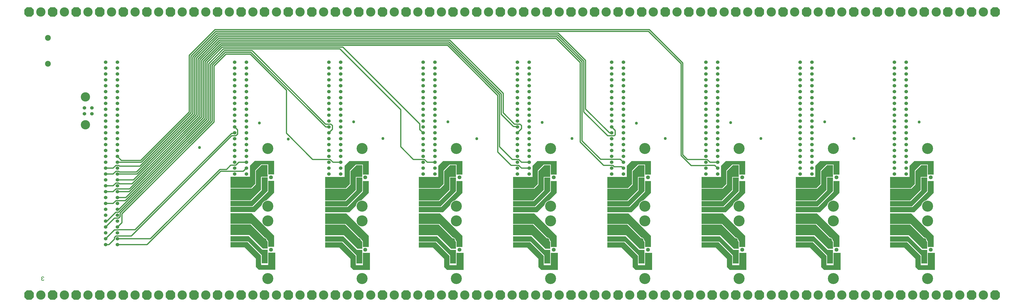
<source format=gbr>
%FSTAX23Y23*%
%MOIN*%
%SFA1B1*%

%IPPOS*%
%AMD16*
4,1,8,-0.039400,-0.078700,0.039400,-0.078700,0.078700,-0.039400,0.078700,0.039400,0.039400,0.078700,-0.039400,0.078700,-0.078700,0.039400,-0.078700,-0.039400,-0.039400,-0.078700,0.0*
%
%ADD12C,0.010000*%
%ADD13C,0.066535*%
%ADD14R,0.066535X0.066535*%
%ADD15C,0.187401*%
G04~CAMADD=16~4~0.0~0.0~1574.8~1574.8~0.0~393.7~0~0.0~0.0~0.0~0.0~0~0.0~0.0~0.0~0.0~0~0.0~0.0~0.0~180.0~1574.0~1574.0*
%ADD16D16*%
%ADD17C,0.060000*%
%ADD18C,0.157480*%
%ADD19C,0.157480*%
%ADD20C,0.098425*%
%ADD21C,0.050000*%
%ADD22C,0.019685*%
%LNbackplane_copper_signal_2-1*%
%LPD*%
G36*
X15577Y03135D02*
X15577Y03015D01*
X15497*
X15267Y03245*
X14947*
Y03425*
X15287*
X15577Y03135*
G37*
G36*
X13977D02*
Y03015D01*
X13897*
X13667Y03245*
X13347*
Y03425*
X13687*
X13977Y03135*
G37*
G36*
X0598Y03138D02*
Y03018D01*
X059*
X0567Y03248*
X0535*
Y03428*
X0569*
X0598Y03138*
G37*
G36*
X17177Y03135D02*
Y03015D01*
X17097*
X16867Y03245*
X16547*
Y03425*
X16887*
X17177Y03135*
G37*
G36*
X09177D02*
Y03015D01*
X09097*
X08867Y03245*
X08547*
Y03425*
X08887*
X09177Y03135*
G37*
G36*
X07587D02*
X07587Y03015D01*
X07507*
X07277Y03245*
X06957*
Y03425*
X07297*
X07587Y03135*
G37*
G36*
X12377D02*
X12377Y03015D01*
X12297*
X12067Y03245*
X11747*
Y03425*
X12087*
X12377Y03135*
G37*
G36*
X10777D02*
Y03015D01*
X10697*
X10467Y03245*
X10147*
Y03425*
X10487*
X10777Y03135*
G37*
G36*
X15457Y03465D02*
X15687Y03235D01*
Y03045*
X15588*
Y03135*
X15587Y03136*
Y03145*
X15571Y03161*
X15571Y03163*
X1557Y03174*
X15565Y03185*
X15559Y03194*
X15549Y03201*
X15539Y03205*
X15528Y03207*
X15526Y03207*
X15297Y03435*
X15289*
X15287Y03435*
X14947Y03435*
Y03615*
X15307*
X15457Y03465*
G37*
G36*
X13857D02*
X14087Y03235D01*
Y03045*
X13988*
Y03135*
X13987Y03136*
Y03145*
X13971Y03161*
X13971Y03163*
X1397Y03174*
X13965Y03185*
X13959Y03194*
X13949Y03201*
X13939Y03205*
X13928Y03207*
X13926Y03207*
X13697Y03435*
X13689*
X13687Y03435*
X13347Y03435*
Y03615*
X13707*
X13857Y03465*
G37*
G36*
X0586Y03468D02*
X05908Y0342D01*
X0591Y03418*
X05912Y03416*
X0609Y03238*
Y03048*
X0599*
Y03138*
Y03138*
X0599Y0314*
Y03148*
X05971Y03167*
X0597Y03174*
X05965Y03185*
X05959Y03194*
X05949Y03201*
X05939Y03205*
X05932Y03206*
X057Y03438*
X05691*
X0569Y03439*
X0535*
Y03618*
X0571*
X0586Y03468*
G37*
G36*
X17057Y03465D02*
X17287Y03235D01*
Y03045*
X17188*
Y03135*
X17187Y03136*
Y03145*
X17171Y03161*
X17171Y03163*
X1717Y03174*
X17165Y03185*
X17159Y03194*
X17149Y03201*
X17139Y03205*
X17128Y03207*
X17126Y03207*
X16897Y03435*
X16889*
X16887Y03435*
X16547Y03435*
Y03615*
X16907*
X17057Y03465*
G37*
G36*
X09057D02*
X09287Y03235D01*
Y03045*
X09188*
Y03135*
X09187Y03136*
Y03145*
X09171Y03161*
X09171Y03163*
X0917Y03174*
X09165Y03185*
X09159Y03194*
X09149Y03201*
X09139Y03205*
X09128Y03207*
X09126Y03207*
X08897Y03435*
X08889*
X08887Y03435*
X08547Y03435*
Y03615*
X08907*
X09057Y03465*
G37*
G36*
X07467D02*
X07495Y03437D01*
X07499Y0343*
X0751Y03418*
X07522Y03407*
X07529Y03403*
X07697Y03235*
Y03045*
X07598*
Y03135*
X07597Y03136*
Y03145*
X0757Y03172*
X0757Y03174*
X07565Y03185*
X07559Y03194*
X07549Y03201*
X07539Y03205*
X07537Y03206*
X07307Y03435*
X07299*
X07297Y03435*
X06957Y03435*
Y03615*
X07317*
X07467Y03465*
G37*
G36*
X12257D02*
X12487Y03235D01*
Y03045*
X12388*
Y03135*
X12387Y03136*
Y03145*
X12371Y03161*
X12371Y03163*
X1237Y03174*
X12365Y03185*
X12359Y03194*
X12349Y03201*
X12339Y03205*
X12328Y03207*
X12326Y03207*
X12097Y03435*
X12089*
X12087Y03435*
X11747Y03435*
Y03615*
X12107*
X12257Y03465*
G37*
G36*
X10657D02*
X10887Y03235D01*
Y03045*
X10788*
Y03135*
X10787Y03136*
Y03145*
X10771Y03161*
X10771Y03163*
X1077Y03174*
X10765Y03185*
X10759Y03194*
X10749Y03201*
X10739Y03205*
X10728Y03207*
X10726Y03207*
X10497Y03435*
X10489*
X10487Y03435*
X10147Y03435*
Y03615*
X10507*
X10657Y03465*
G37*
G36*
X15467Y02895D02*
Y02765D01*
X15467Y02764*
X15467Y02735*
X15587*
X15587Y02764*
X15588Y02765*
Y02945*
X15707*
Y0294*
Y02655*
X15427*
X15377Y02705*
Y02845*
X15187Y03035*
X14951*
X14947Y03038*
X14948Y03125*
X15238*
X15467Y02895*
G37*
G36*
X13867D02*
Y02765D01*
X13867Y02764*
X13867Y02735*
X13987*
X13987Y02764*
X13988Y02765*
Y02945*
X14107*
Y0294*
Y02655*
X13827*
X13777Y02705*
Y02845*
X13587Y03035*
X13351*
X13347Y03038*
X13348Y03125*
X13638*
X13867Y02895*
G37*
G36*
X05869Y02899D02*
Y02768D01*
X0587Y02767*
X0587Y02738*
X0599*
X0599Y02767*
X0599Y02768*
Y02948*
X0611*
Y02943*
Y02658*
X0583*
X0578Y02708*
Y02848*
X0559Y03038*
X05353*
X0535Y03042*
X0535Y03128*
X0564Y03128*
X05869Y02899*
G37*
G36*
X17067Y02895D02*
Y02765D01*
X17067Y02764*
X17067Y02735*
X17187*
X17187Y02764*
X17188Y02765*
Y02945*
X17307*
Y0294*
Y02655*
X17027*
X16977Y02705*
Y02845*
X16787Y03035*
X16551*
X16547Y03038*
X16548Y03125*
X16838*
X17067Y02895*
G37*
G36*
X09067D02*
Y02765D01*
X09067Y02764*
X09067Y02735*
X09187*
X09187Y02764*
X09188Y02765*
Y02945*
X09307*
Y0294*
Y02655*
X09027*
X08977Y02705*
Y02845*
X08787Y03035*
X08551*
X08547Y03038*
X08548Y03125*
X08838*
X09067Y02895*
G37*
G36*
X07477D02*
Y02765D01*
X07477Y02764*
X07477Y02735*
X07597*
X07597Y02764*
X07598Y02765*
Y02945*
X07717*
Y0294*
Y02655*
X07437*
X07387Y02705*
Y02845*
X07197Y03035*
X06961*
X06957Y03038*
X06958Y03125*
X07248*
X07477Y02895*
G37*
G36*
X12267D02*
Y02765D01*
X12267Y02764*
X12267Y02735*
X12387*
X12387Y02764*
X12388Y02765*
Y02945*
X12507*
Y0294*
Y02655*
X12227*
X12177Y02705*
Y02845*
X11987Y03035*
X11751*
X11747Y03038*
X11748Y03125*
X12038*
X12267Y02895*
G37*
G36*
X10667D02*
Y02765D01*
X10667Y02764*
X10667Y02735*
X10787*
X10787Y02764*
X10788Y02765*
Y02945*
X10907*
Y0294*
Y02655*
X10627*
X10577Y02705*
Y02845*
X10387Y03035*
X10151*
X10147Y03038*
X10148Y03125*
X10438*
X10667Y02895*
G37*
G36*
X15477Y03005D02*
X15487Y02995D01*
X15577*
Y02765*
X15477*
Y02905*
X15427Y02955*
X15247Y03135*
X14947*
Y03225*
X15257*
X15477Y03005*
G37*
G36*
X13877D02*
X13887Y02995D01*
X13977*
Y02765*
X13877*
Y02905*
X13827Y02955*
X13647Y03135*
X13347*
Y03225*
X13657*
X13877Y03005*
G37*
G36*
X0588Y03008D02*
X0589Y02998D01*
X0598*
Y02768*
X0588*
X0588Y02908*
X0583Y02958*
X0565Y03138*
X0535*
Y03228*
X0566*
X0588Y03008*
G37*
G36*
X17077Y03005D02*
X17087Y02995D01*
X17177*
Y02765*
X17077*
Y02905*
X17027Y02955*
X16847Y03135*
X16547*
Y03225*
X16857*
X17077Y03005*
G37*
G36*
X09077D02*
X09087Y02995D01*
X09177*
Y02765*
X09077*
Y02905*
X09027Y02955*
X08847Y03135*
X08547*
Y03225*
X08857*
X09077Y03005*
G37*
G36*
X07487D02*
X07497Y02995D01*
X07587*
Y02765*
X07487*
Y02905*
X07437Y02955*
X07257Y03135*
X06957*
Y03225*
X07267*
X07487Y03005*
G37*
G36*
X12277D02*
X12287Y02995D01*
X12377*
Y02765*
X12277*
X12277Y02905*
X12227Y02955*
X12047Y03135*
X11747*
Y03225*
X12057*
X12277Y03005*
G37*
G36*
X10677D02*
X10687Y02995D01*
X10777*
Y02765*
X10677*
Y02905*
X10627Y02955*
X10447Y03135*
X10147*
Y03225*
X10457*
X10677Y03005*
G37*
G36*
X15577Y04275D02*
X15577Y04273D01*
Y04235*
X15477*
X15476Y04235*
X15467*
Y04226*
X15467Y04225*
Y04015*
X15288Y03835*
X14947*
Y04035*
X15297*
X15299Y04035*
X15307*
X15377Y04105*
Y04113*
X15378Y04115*
Y04335*
X15477Y04435*
X15577*
Y04275*
G37*
G36*
X13977D02*
X13977Y04273D01*
Y04235*
X13877*
X13876Y04235*
X13867*
Y04226*
X13867Y04225*
Y04015*
X13688Y03835*
X13347*
Y04035*
X13697*
X13699Y04035*
X13707*
X13777Y04105*
Y04113*
X13778Y04115*
Y04335*
X13877Y04435*
X13977*
Y04275*
G37*
G36*
X05979Y04278D02*
X0598Y04277D01*
Y04239*
X0588*
X05878Y04238*
X0587*
Y0423*
X05869Y04228*
Y04018*
X0569Y03839*
X0535*
Y04038*
X057*
X05701Y04038*
X0571*
X0578Y04108*
Y04117*
X0578Y04118*
Y04339*
X05879Y04438*
X05979*
Y04278*
G37*
G36*
X17177Y04275D02*
X17177Y04273D01*
Y04235*
X17077*
X17076Y04235*
X17067*
Y04226*
X17067Y04225*
Y04015*
X16888Y03835*
X16547*
Y04035*
X16897*
X16899Y04035*
X16907*
X16977Y04105*
Y04113*
X16978Y04115*
Y04335*
X17077Y04435*
X17177*
Y04275*
G37*
G36*
X09177D02*
X09177Y04273D01*
Y04235*
X09077*
X09076Y04235*
X09067*
Y04226*
X09067Y04225*
Y04015*
X08888Y03835*
X08547*
Y04035*
X08897*
X08899Y04035*
X08907*
X08977Y04105*
Y04113*
X08978Y04115*
Y04335*
X09077Y04435*
X09177*
Y04275*
G37*
G36*
X07587D02*
X07587Y04273D01*
Y04235*
X07487*
X07486Y04235*
X07477*
Y04226*
X07477Y04225*
Y04015*
X07298Y03835*
X06957*
Y04035*
X07307*
X07309Y04035*
X07317*
X07387Y04105*
Y04113*
X07388Y04115*
Y04335*
X07487Y04435*
X07587*
Y04275*
G37*
G36*
X12377D02*
X12377Y04273D01*
Y04235*
X12277*
X12276Y04235*
X12267*
Y04226*
X12267Y04225*
Y04015*
X12088Y03835*
X11747*
Y04035*
X12097*
X12099Y04035*
X12107*
X12177Y04105*
Y04113*
X12178Y04115*
Y04335*
X12277Y04435*
X12377*
Y04275*
G37*
G36*
X10777D02*
X10777Y04273D01*
Y04235*
X10677*
X10676Y04235*
X10667*
Y04226*
X10667Y04225*
Y04015*
X10488Y03835*
X10147*
Y04035*
X10497*
X10499Y04035*
X10507*
X10577Y04105*
Y04113*
X10578Y04115*
Y04335*
X10677Y04435*
X10777*
Y04275*
G37*
G36*
X15687D02*
X15587D01*
Y04445*
X15467*
X15367Y04345*
Y04115*
X15297Y04045*
X14947*
Y04235*
X15277*
Y04425*
X15287Y04435*
X15357Y04505*
X15687*
Y04275*
G37*
G36*
X14087D02*
X13987D01*
Y04445*
X13867*
X13767Y04345*
Y04115*
X13697Y04045*
X13347*
Y04235*
X13677*
Y04425*
X13687Y04435*
X13757Y04505*
X14087*
Y04275*
G37*
G36*
X0609Y04278D02*
X0599D01*
Y04448*
X0587*
X0577Y04348*
Y04118*
X057Y04048*
X0535*
Y04238*
X0568*
Y04428*
X0569Y04438*
X0576Y04508*
X0609*
Y04278*
G37*
G36*
X17287Y04275D02*
X17187D01*
Y04445*
X17067*
X16967Y04345*
Y04115*
X16897Y04045*
X16547*
Y04235*
X16877*
Y04425*
X16887Y04435*
X16957Y04505*
X17287*
Y04275*
G37*
G36*
X09287D02*
X09187D01*
Y04445*
X09067*
X08967Y04345*
Y04115*
X08897Y04045*
X08547*
Y04235*
X08877*
Y04425*
X08887Y04435*
X08957Y04505*
X09287*
Y04275*
G37*
G36*
X07697D02*
X07597D01*
Y04445*
X07477*
X07377Y04345*
Y04115*
X07307Y04045*
X06957*
Y04235*
X07287*
Y04425*
X07297Y04435*
X07367Y04505*
X07697*
Y04275*
G37*
G36*
X12487D02*
X12387D01*
Y04445*
X12267*
X12167Y04345*
Y04115*
X12097Y04045*
X11747*
Y04235*
X12077*
Y04425*
X12087Y04435*
X12157Y04505*
X12487*
Y04275*
G37*
G36*
X10887D02*
X10787D01*
Y04445*
X10667*
X10567Y04345*
Y04115*
X10497Y04045*
X10147*
Y04235*
X10477*
Y04425*
X10487Y04435*
X10557Y04505*
X10887*
Y04275*
G37*
G36*
X15687Y03965D02*
X15562Y03839D01*
X15551Y03837*
X15536Y0383*
X15522Y03822*
X1551Y03811*
X15499Y03799*
X15491Y03785*
X15485Y0377*
X15482Y03759*
X15357Y03635*
X14947*
Y03725*
X15317*
X15319Y03725*
X15327*
X15587Y03985*
Y03993*
X15588Y03995*
Y04165*
X15687*
Y03965*
G37*
G36*
X14087D02*
X13962Y03839D01*
X13951Y03837*
X13936Y0383*
X13922Y03822*
X1391Y03811*
X13899Y03799*
X13891Y03785*
X13885Y0377*
X13882Y03759*
X13757Y03635*
X13347*
Y03725*
X13717*
X13719Y03725*
X13727*
X13987Y03985*
Y03993*
X13988Y03995*
Y04165*
X14087*
Y03965*
G37*
G36*
X0609Y03968D02*
X0596Y03839D01*
X05951Y03837*
X05936Y0383*
X05922Y03822*
X0591Y03811*
X05899Y03799*
X05891Y03785*
X05885Y0377*
X05882Y03761*
X0576Y03638*
X0535*
Y03728*
X0572*
X05721Y03728*
X0573*
X0599Y03988*
Y03997*
X0599Y03998*
Y04168*
X0609*
Y03968*
G37*
G36*
X17287Y03965D02*
X17162Y03839D01*
X17151Y03837*
X17136Y0383*
X17122Y03822*
X1711Y03811*
X17099Y03799*
X17091Y03785*
X17085Y0377*
X17082Y03759*
X16957Y03635*
X16547*
Y03725*
X16917*
X16919Y03725*
X16927*
X17187Y03985*
Y03993*
X17188Y03995*
Y04165*
X17287*
Y03965*
G37*
G36*
X09287D02*
X09162Y03839D01*
X09151Y03837*
X09136Y0383*
X09122Y03822*
X0911Y03811*
X09099Y03799*
X09091Y03785*
X09085Y0377*
X09082Y03759*
X08957Y03635*
X08547*
Y03725*
X08917*
X08919Y03725*
X08927*
X09187Y03985*
Y03993*
X09188Y03995*
Y04165*
X09287*
Y03965*
G37*
G36*
X07697D02*
X07573Y03841D01*
X07567Y0384*
X07551Y03837*
X07536Y0383*
X07522Y03822*
X0751Y03811*
X07499Y03799*
X07491Y03785*
X07485Y0377*
X07481Y03754*
X0748Y03748*
X07367Y03635*
X06957*
Y03725*
X07327*
X07329Y03725*
X07337*
X07597Y03985*
Y03993*
X07598Y03995*
Y04165*
X07697*
Y03965*
G37*
G36*
X12487D02*
X12362Y03839D01*
X12351Y03837*
X12336Y0383*
X12322Y03822*
X1231Y03811*
X12299Y03799*
X12291Y03785*
X12285Y0377*
X12282Y03759*
X12157Y03635*
X11747*
Y03725*
X12117*
X12119Y03725*
X12127*
X12387Y03985*
Y03993*
X12388Y03995*
Y04165*
X12487*
Y03965*
G37*
G36*
X10887D02*
X10762Y03839D01*
X10751Y03837*
X10736Y0383*
X10722Y03822*
X1071Y03811*
X10699Y03799*
X10691Y03785*
X10685Y0377*
X10682Y03759*
X10557Y03635*
X10147*
Y03725*
X10517*
X10519Y03725*
X10527*
X10787Y03985*
Y03993*
X10788Y03995*
Y04165*
X10887*
Y03965*
G37*
G36*
X15577Y03995D02*
X15317Y03735D01*
X14947*
Y03825*
X15297*
X15477Y04005*
Y04225*
X15577*
Y03995*
G37*
G36*
X13977D02*
X13717Y03735D01*
X13347*
Y03825*
X13697*
X13877Y04005*
Y04225*
X13977*
Y03995*
G37*
G36*
X0598Y03998D02*
X0572Y03738D01*
X0535*
Y03828*
X057*
X0588Y04008*
Y04228*
X0598*
Y03998*
G37*
G36*
X17177Y03995D02*
X16917Y03735D01*
X16547*
Y03825*
X16897*
X17077Y04005*
Y04225*
X17177*
Y03995*
G37*
G36*
X09177D02*
X08917Y03735D01*
X08547*
Y03825*
X08897*
X09077Y04005*
Y04225*
X09177*
Y03995*
G37*
G36*
X07587D02*
X07327Y03735D01*
X06957*
Y03825*
X07307*
X07487Y04005*
Y04225*
X07587*
Y03995*
G37*
G36*
X12377D02*
X12117Y03735D01*
X11747*
Y03825*
X12097*
X12277Y04005*
Y04225*
X12377*
Y03995*
G37*
G36*
X10777D02*
X10517Y03735D01*
X10147*
Y03825*
X10497*
X10677Y04005*
Y04225*
X10777*
Y03995*
G37*
G54D12*
X0218Y02529D02*
X0217Y02539D01*
X0215*
X0214Y02529*
Y02519*
X0215Y02509*
X0216*
X0215*
X0214Y02499*
Y02489*
X0215Y0248*
X0217*
X0218Y02489*
G54D13*
X07639Y04011D03*
X07528Y04066D03*
X07639Y0412D03*
X07528Y04175D03*
X07639Y0423D03*
X07528Y04284D03*
X07639Y04339D03*
X07528Y04393D03*
X09239Y04011D03*
X09128Y04066D03*
X09239Y0412D03*
X09128Y04175D03*
X09239Y0423D03*
X09128Y04284D03*
X09239Y04339D03*
X09128Y04393D03*
X10839Y04011D03*
X10728Y04066D03*
X10839Y0412D03*
X10728Y04175D03*
X10839Y0423D03*
X10728Y04284D03*
X10839Y04339D03*
X10728Y04393D03*
X12439Y04011D03*
X12328Y04066D03*
X12439Y0412D03*
X12328Y04175D03*
X12439Y0423D03*
X12328Y04284D03*
X12439Y04339D03*
X12328Y04393D03*
X14039Y04011D03*
X13928Y04066D03*
X14039Y0412D03*
X13928Y04175D03*
X14039Y0423D03*
X13928Y04284D03*
X14039Y04339D03*
X13928Y04393D03*
X15639Y04011D03*
X15528Y04066D03*
X15639Y0412D03*
X15528Y04175D03*
X15639Y0423D03*
X15528Y04284D03*
X15639Y04339D03*
X15528Y04393D03*
X17239Y04011D03*
X17128Y04066D03*
X17239Y0412D03*
X17128Y04175D03*
X17239Y0423D03*
X17128Y04284D03*
X17239Y04339D03*
X17128Y04393D03*
X17239Y02781D03*
X17128Y02836D03*
X17239Y0289D03*
X17128Y02945D03*
X17239Y03D03*
X17128Y03054D03*
X17239Y03109D03*
X17128Y03163D03*
X15639Y02781D03*
X15528Y02836D03*
X15639Y0289D03*
X15528Y02945D03*
X15639Y03D03*
X15528Y03054D03*
X15639Y03109D03*
X15528Y03163D03*
X14039Y02781D03*
X13928Y02836D03*
X14039Y0289D03*
X13928Y02945D03*
X14039Y03D03*
X13928Y03054D03*
X14039Y03109D03*
X13928Y03163D03*
X12439Y02781D03*
X12328Y02836D03*
X12439Y0289D03*
X12328Y02945D03*
X12439Y03D03*
X12328Y03054D03*
X12439Y03109D03*
X12328Y03163D03*
X10839Y02781D03*
X10728Y02836D03*
X10839Y0289D03*
X10728Y02945D03*
X10839Y03D03*
X10728Y03054D03*
X10839Y03109D03*
X10728Y03163D03*
X09239Y02781D03*
X09128Y02836D03*
X09239Y0289D03*
X09128Y02945D03*
X09239Y03D03*
X09128Y03054D03*
X09239Y03109D03*
X09128Y03163D03*
X07639Y02781D03*
X07528Y02836D03*
X07639Y0289D03*
X07528Y02945D03*
X07639Y03D03*
X07528Y03054D03*
X07639Y03109D03*
X07528Y03163D03*
X06039Y04011D03*
X05928Y04066D03*
X06039Y0412D03*
X05928Y04175D03*
X06039Y0423D03*
X05928Y04284D03*
X06039Y04339D03*
X05928Y04393D03*
X06039Y02781D03*
X05928Y02836D03*
X06039Y0289D03*
X05928Y02945D03*
X06039Y03D03*
X05928Y03054D03*
X06039Y03109D03*
X05928Y03163D03*
G54D14*
X07639Y04448D03*
X09239D03*
X10839D03*
X12439D03*
X14039D03*
X15639D03*
X17239D03*
Y03218D03*
X15639D03*
X14039D03*
X12439D03*
X10839D03*
X09239D03*
X07639D03*
X06039Y04448D03*
Y03218D03*
G54D15*
X07584Y04721D03*
Y03738D03*
X09184Y04721D03*
Y03738D03*
X10784Y04721D03*
Y03738D03*
X12384Y04721D03*
Y03738D03*
X13984Y04721D03*
Y03738D03*
X15584Y04721D03*
Y03738D03*
X17184Y04721D03*
Y03738D03*
Y03491D03*
Y02508D03*
X15584Y03491D03*
Y02508D03*
X13984Y03491D03*
Y02508D03*
X12384Y03491D03*
Y02508D03*
X10784Y03491D03*
Y02508D03*
X09184Y03491D03*
Y02508D03*
X07584Y03491D03*
Y02508D03*
X05984Y04721D03*
Y03738D03*
Y03491D03*
Y02508D03*
G54D16*
X0193Y07041D03*
X0233D03*
X0273D03*
X0313D03*
X0353D03*
X0393D03*
X0433D03*
X0473D03*
X0513D03*
X0553D03*
X05929D03*
X0633D03*
X0673D03*
X0713D03*
X07529D03*
X0793D03*
X0833D03*
X0873D03*
X09129D03*
X0953D03*
X0993D03*
X10329D03*
X10729D03*
X1113D03*
X1153D03*
X1193D03*
X1233D03*
X1273D03*
X1313D03*
X13529D03*
X13929D03*
X14329D03*
X1473D03*
X1513D03*
X1553D03*
X1593D03*
X1633D03*
X16729D03*
X17129D03*
X17529D03*
X1793D03*
X1833D03*
X0193Y02229D03*
X0233D03*
X0273D03*
X0313D03*
X0353D03*
X0393D03*
X0433D03*
X0473D03*
X0513D03*
X0553D03*
X05929D03*
X0633D03*
X0673D03*
X0713D03*
X07529D03*
X0793D03*
X0833D03*
X0873D03*
X09129D03*
X0953D03*
X0993D03*
X10329D03*
X10729D03*
X1113D03*
X1153D03*
X1193D03*
X1233D03*
X1273D03*
X1313D03*
X13529D03*
X13929D03*
X14329D03*
X1473D03*
X1513D03*
X1553D03*
X1593D03*
X1633D03*
X16729D03*
X17129D03*
X17529D03*
X1793D03*
X1833D03*
G54D17*
X0542Y03085D03*
Y03185D03*
Y03285D03*
Y03385D03*
Y03485D03*
Y03585D03*
Y03685D03*
Y03785D03*
Y03885D03*
Y03985D03*
Y04085D03*
Y04185D03*
Y04285D03*
Y04385D03*
Y04485D03*
Y04585D03*
Y04685D03*
Y04785D03*
Y04885D03*
Y04985D03*
Y05085D03*
Y05185D03*
Y05285D03*
Y05385D03*
Y05485D03*
Y05584D03*
Y05685D03*
Y05785D03*
Y05885D03*
Y05985D03*
Y06085D03*
Y06185D03*
X0562Y03085D03*
Y03185D03*
Y03285D03*
Y03385D03*
Y03485D03*
Y03585D03*
Y03685D03*
Y03785D03*
Y03885D03*
Y03985D03*
Y04085D03*
Y04185D03*
Y04285D03*
Y04385D03*
Y04485D03*
Y04585D03*
Y04685D03*
Y04785D03*
Y04885D03*
Y04985D03*
Y05085D03*
Y05185D03*
Y05285D03*
Y05385D03*
Y05485D03*
Y05584D03*
Y05685D03*
Y05785D03*
Y05885D03*
Y05985D03*
Y06085D03*
Y06185D03*
X0323Y03085D03*
Y03185D03*
Y03285D03*
Y03385D03*
Y03485D03*
Y03585D03*
Y03685D03*
Y03785D03*
Y03885D03*
Y03985D03*
Y04085D03*
Y04185D03*
Y04285D03*
Y04385D03*
Y04485D03*
Y04585D03*
Y04685D03*
Y04785D03*
Y04885D03*
Y04985D03*
Y05085D03*
Y05185D03*
Y05285D03*
Y05385D03*
Y05485D03*
Y05584D03*
Y05685D03*
Y05785D03*
Y05885D03*
Y05985D03*
Y06085D03*
Y06185D03*
X0343Y03085D03*
Y03185D03*
Y03285D03*
Y03385D03*
Y03485D03*
Y03585D03*
Y03685D03*
Y03785D03*
Y03885D03*
Y03985D03*
Y04085D03*
Y04185D03*
Y04285D03*
Y04385D03*
Y04485D03*
Y04585D03*
Y04685D03*
Y04785D03*
Y04885D03*
Y04985D03*
Y05085D03*
Y05185D03*
Y05285D03*
Y05385D03*
Y05485D03*
Y05584D03*
Y05685D03*
Y05785D03*
Y05885D03*
Y05985D03*
Y06085D03*
Y06185D03*
X0702Y03085D03*
Y03185D03*
Y03285D03*
Y03385D03*
Y03485D03*
Y03585D03*
Y03685D03*
Y03785D03*
Y03885D03*
Y03985D03*
Y04085D03*
Y04185D03*
Y04285D03*
Y04385D03*
Y04485D03*
Y04585D03*
Y04685D03*
Y04785D03*
Y04885D03*
Y04985D03*
Y05085D03*
Y05185D03*
Y05285D03*
Y05385D03*
Y05485D03*
Y05584D03*
Y05685D03*
Y05785D03*
Y05885D03*
Y05985D03*
Y06085D03*
Y06185D03*
X0722Y03085D03*
Y03185D03*
Y03285D03*
Y03385D03*
Y03485D03*
Y03585D03*
Y03685D03*
Y03785D03*
Y03885D03*
Y03985D03*
Y04085D03*
Y04185D03*
Y04285D03*
Y04385D03*
Y04485D03*
Y04585D03*
Y04685D03*
Y04785D03*
Y04885D03*
Y04985D03*
Y05085D03*
Y05185D03*
Y05285D03*
Y05385D03*
Y05485D03*
Y05584D03*
Y05685D03*
Y05785D03*
Y05885D03*
Y05985D03*
Y06085D03*
Y06185D03*
X0862Y03085D03*
Y03185D03*
Y03285D03*
Y03385D03*
Y03485D03*
Y03585D03*
Y03685D03*
Y03785D03*
Y03885D03*
Y03985D03*
Y04085D03*
Y04185D03*
Y04285D03*
Y04385D03*
Y04485D03*
Y04585D03*
Y04685D03*
Y04785D03*
Y04885D03*
Y04985D03*
Y05085D03*
Y05185D03*
Y05285D03*
Y05385D03*
Y05485D03*
Y05584D03*
Y05685D03*
Y05785D03*
Y05885D03*
Y05985D03*
Y06085D03*
Y06185D03*
X0882Y03085D03*
Y03185D03*
Y03285D03*
Y03385D03*
Y03485D03*
Y03585D03*
Y03685D03*
Y03785D03*
Y03885D03*
Y03985D03*
Y04085D03*
Y04185D03*
Y04285D03*
Y04385D03*
Y04485D03*
Y04585D03*
Y04685D03*
Y04785D03*
Y04885D03*
Y04985D03*
Y05085D03*
Y05185D03*
Y05285D03*
Y05385D03*
Y05485D03*
Y05584D03*
Y05685D03*
Y05785D03*
Y05885D03*
Y05985D03*
Y06085D03*
Y06185D03*
X1022Y03085D03*
Y03185D03*
Y03285D03*
Y03385D03*
Y03485D03*
Y03585D03*
Y03685D03*
Y03785D03*
Y03885D03*
Y03985D03*
Y04085D03*
Y04185D03*
Y04285D03*
Y04385D03*
Y04485D03*
Y04585D03*
Y04685D03*
Y04785D03*
Y04885D03*
Y04985D03*
Y05085D03*
Y05185D03*
Y05285D03*
Y05385D03*
Y05485D03*
Y05584D03*
Y05685D03*
Y05785D03*
Y05885D03*
Y05985D03*
Y06085D03*
Y06185D03*
X1042Y03085D03*
Y03185D03*
Y03285D03*
Y03385D03*
Y03485D03*
Y03585D03*
Y03685D03*
Y03785D03*
Y03885D03*
Y03985D03*
Y04085D03*
Y04185D03*
Y04285D03*
Y04385D03*
Y04485D03*
Y04585D03*
Y04685D03*
Y04785D03*
Y04885D03*
Y04985D03*
Y05085D03*
Y05185D03*
Y05285D03*
Y05385D03*
Y05485D03*
Y05584D03*
Y05685D03*
Y05785D03*
Y05885D03*
Y05985D03*
Y06085D03*
Y06185D03*
X1182Y03085D03*
Y03185D03*
Y03285D03*
Y03385D03*
Y03485D03*
Y03585D03*
Y03685D03*
Y03785D03*
Y03885D03*
Y03985D03*
Y04085D03*
Y04185D03*
Y04285D03*
Y04385D03*
Y04485D03*
Y04585D03*
Y04685D03*
Y04785D03*
Y04885D03*
Y04985D03*
Y05085D03*
Y05185D03*
Y05285D03*
Y05385D03*
Y05485D03*
Y05584D03*
Y05685D03*
Y05785D03*
Y05885D03*
Y05985D03*
Y06085D03*
Y06185D03*
X1202Y03085D03*
Y03185D03*
Y03285D03*
Y03385D03*
Y03485D03*
Y03585D03*
Y03685D03*
Y03785D03*
Y03885D03*
Y03985D03*
Y04085D03*
Y04185D03*
Y04285D03*
Y04385D03*
Y04485D03*
Y04585D03*
Y04685D03*
Y04785D03*
Y04885D03*
Y04985D03*
Y05085D03*
Y05185D03*
Y05285D03*
Y05385D03*
Y05485D03*
Y05584D03*
Y05685D03*
Y05785D03*
Y05885D03*
Y05985D03*
Y06085D03*
Y06185D03*
X1342Y03085D03*
Y03185D03*
Y03285D03*
Y03385D03*
Y03485D03*
Y03585D03*
Y03685D03*
Y03785D03*
Y03885D03*
Y03985D03*
Y04085D03*
Y04185D03*
Y04285D03*
Y04385D03*
Y04485D03*
Y04585D03*
Y04685D03*
Y04785D03*
Y04885D03*
Y04985D03*
Y05085D03*
Y05185D03*
Y05285D03*
Y05385D03*
Y05485D03*
Y05584D03*
Y05685D03*
Y05785D03*
Y05885D03*
Y05985D03*
Y06085D03*
Y06185D03*
X1362Y03085D03*
Y03185D03*
Y03285D03*
Y03385D03*
Y03485D03*
Y03585D03*
Y03685D03*
Y03785D03*
Y03885D03*
Y03985D03*
Y04085D03*
Y04185D03*
Y04285D03*
Y04385D03*
Y04485D03*
Y04585D03*
Y04685D03*
Y04785D03*
Y04885D03*
Y04985D03*
Y05085D03*
Y05185D03*
Y05285D03*
Y05385D03*
Y05485D03*
Y05584D03*
Y05685D03*
Y05785D03*
Y05885D03*
Y05985D03*
Y06085D03*
Y06185D03*
X1502Y03085D03*
Y03185D03*
Y03285D03*
Y03385D03*
Y03485D03*
Y03585D03*
Y03685D03*
Y03785D03*
Y03885D03*
Y03985D03*
Y04085D03*
Y04185D03*
Y04285D03*
Y04385D03*
Y04485D03*
Y04585D03*
Y04685D03*
Y04785D03*
Y04885D03*
Y04985D03*
Y05085D03*
Y05185D03*
Y05285D03*
Y05385D03*
Y05485D03*
Y05584D03*
Y05685D03*
Y05785D03*
Y05885D03*
Y05985D03*
Y06085D03*
Y06185D03*
X1522Y03085D03*
Y03185D03*
Y03285D03*
Y03385D03*
Y03485D03*
Y03585D03*
Y03685D03*
Y03785D03*
Y03885D03*
Y03985D03*
Y04085D03*
Y04185D03*
Y04285D03*
Y04385D03*
Y04485D03*
Y04585D03*
Y04685D03*
Y04785D03*
Y04885D03*
Y04985D03*
Y05085D03*
Y05185D03*
Y05285D03*
Y05385D03*
Y05485D03*
Y05584D03*
Y05685D03*
Y05785D03*
Y05885D03*
Y05985D03*
Y06085D03*
Y06185D03*
X1662Y03085D03*
Y03185D03*
Y03285D03*
Y03385D03*
Y03485D03*
Y03585D03*
Y03685D03*
Y03785D03*
Y03885D03*
Y03985D03*
Y04085D03*
Y04185D03*
Y04285D03*
Y04385D03*
Y04485D03*
Y04585D03*
Y04685D03*
Y04785D03*
Y04885D03*
Y04985D03*
Y05085D03*
Y05185D03*
Y05285D03*
Y05385D03*
Y05485D03*
Y05584D03*
Y05685D03*
Y05785D03*
Y05885D03*
Y05985D03*
Y06085D03*
Y06185D03*
X1682Y03085D03*
Y03185D03*
Y03285D03*
Y03385D03*
Y03485D03*
Y03585D03*
Y03685D03*
Y03785D03*
Y03885D03*
Y03985D03*
Y04085D03*
Y04185D03*
Y04285D03*
Y04385D03*
Y04485D03*
Y04585D03*
Y04685D03*
Y04785D03*
Y04885D03*
Y04985D03*
Y05085D03*
Y05185D03*
Y05285D03*
Y05385D03*
Y05485D03*
Y05584D03*
Y05685D03*
Y05785D03*
Y05885D03*
Y05985D03*
Y06085D03*
Y06185D03*
X02996Y0531D03*
Y05409D03*
X0287D03*
Y0531D03*
G54D18*
X02889Y05122D03*
Y05597D03*
G54D19*
X0213Y07039D03*
X0253D03*
X0293D03*
X0333D03*
X0373D03*
X0413D03*
X0453D03*
X0493D03*
X0533D03*
X0573D03*
X0613D03*
X0653D03*
X0693D03*
X0733D03*
X0773D03*
X0813D03*
X0853D03*
X0893D03*
X09329D03*
X0973D03*
X1013D03*
X1053D03*
X1093D03*
X1133D03*
X11729D03*
X12129D03*
X12529D03*
X1293D03*
X1333D03*
X1373D03*
X1413D03*
X1453D03*
X14929D03*
X15329D03*
X15729D03*
X1613D03*
X1653D03*
X1693D03*
X1733D03*
X1773D03*
X1813D03*
X0213Y0223D03*
X0253D03*
X0293D03*
X0333D03*
X0373D03*
X0413D03*
X0453D03*
X0493D03*
X0533D03*
X0573D03*
X0613D03*
X0653D03*
X0693D03*
X0733D03*
X0773D03*
X0813D03*
X0853D03*
X0893D03*
X09329D03*
X0973D03*
X1013D03*
X1053D03*
X1093D03*
X1133D03*
X11729D03*
X12129D03*
X12529D03*
X1293D03*
X1333D03*
X1373D03*
X1413D03*
X1453D03*
X14929D03*
X15329D03*
X15729D03*
X1613D03*
X1653D03*
X1693D03*
X1733D03*
X1773D03*
X1813D03*
G54D20*
X0225Y06598D03*
Y06161D03*
G54D21*
X04825Y04735D03*
X0584Y05154D03*
X0633Y0488D03*
X0744Y05174D03*
X07939Y0489D03*
X0953Y04885D03*
X0904Y05174D03*
X1064Y05164D03*
X11149Y0489D03*
X1224Y0515D03*
X1273Y0489D03*
X15934D03*
X14354D03*
X1384Y0516D03*
X15439Y05174D03*
X1704Y05169D03*
G54D22*
X1182Y05085D02*
X1188Y05025D01*
Y0495D02*
Y05025D01*
X11865Y04935D02*
X1188Y0495D01*
X11754Y04935D02*
X11865D01*
X11349Y0534D02*
X11754Y04935D01*
X11349Y0534D02*
Y06204D01*
X11784Y04985D02*
X1182D01*
X1022D02*
X1029Y05055D01*
Y0511*
X10265Y05134D02*
X1029Y0511D01*
X1017Y05134D02*
X10265D01*
X0998Y05325D02*
X1017Y05134D01*
X10155Y05094D02*
X1021D01*
X09949Y053D02*
X10155Y05094D01*
X09949Y053D02*
Y05644D01*
X08564Y0504D02*
X0862Y04985D01*
X08564Y0504D02*
Y05135D01*
X07257Y06442D02*
X08564Y05135D01*
X05212Y06442D02*
X07257D01*
X0824Y0475D02*
Y05379D01*
X07207Y06412D02*
X0824Y05379D01*
X05232Y06412D02*
X07207D01*
X0702Y04985D02*
X0708Y05045D01*
Y0511*
X07055Y05134D02*
X0708Y0511D01*
X06965Y05134D02*
X07055D01*
X06967Y05085D02*
X0702D01*
X0537Y04935D02*
X0544D01*
X03669Y03234D02*
X0537Y04935D01*
X0542Y05085D02*
X0547Y05035D01*
Y04964D02*
Y05035D01*
X0544Y04935D02*
X0547Y04964D01*
X0537Y04977D02*
X05412D01*
X05248Y06382D02*
X05717D01*
X0501Y05194D02*
Y06144D01*
X0526Y06353D02*
X05699D01*
X0504Y05182D02*
Y06132D01*
X0501Y06144D02*
X05248Y06382D01*
X0504Y06132D02*
X0526Y06353D01*
X05273Y06323D02*
X05686D01*
X0507Y0612D02*
X05273Y06323D01*
X0507Y0517D02*
Y0612D01*
X0498Y0616D02*
X05232Y06412D01*
X0498Y05206D02*
Y0616D01*
X0495Y0618D02*
X05212Y06442D01*
X0492Y06192D02*
X052Y06472D01*
X0489Y06204D02*
X05187Y06501D01*
X0486Y06217D02*
X05175Y06531D01*
X0483Y06228D02*
X05163Y06561D01*
X048Y0624D02*
X0515Y06591D01*
X0477Y06253D02*
X05138Y0662D01*
X0474Y06265D02*
X05126Y0665D01*
X0471Y06277D02*
X05113Y0668D01*
X04681Y0629D02*
X05101Y0671D01*
X04651Y06302D02*
X05089Y0674D01*
X0495Y05219D02*
Y0618D01*
X0492Y05231D02*
Y06192D01*
X052Y06472D02*
X09037D01*
X0489Y05243D02*
Y06204D01*
X05187Y06501D02*
X0905D01*
X0486Y05256D02*
Y06217D01*
X05175Y06531D02*
X09062D01*
X0483Y05267D02*
Y06228D01*
X05163Y06561D02*
X09074D01*
X048Y05279D02*
Y0624D01*
X0515Y06591D02*
X10878D01*
X0477Y05292D02*
Y06253D01*
X05138Y0662D02*
X10891D01*
X0474Y05304D02*
Y06265D01*
X05126Y0665D02*
X10903D01*
X0471Y05316D02*
Y06277D01*
X05113Y0668D02*
X10915D01*
X04681Y05329D02*
Y0629D01*
X05101Y0671D02*
X12449D01*
X04651Y05341D02*
Y06302D01*
X05089Y0674D02*
X12462D01*
X03573Y03885D02*
X0492Y05231D01*
X03631Y03985D02*
X0489Y05243D01*
X03639Y04034D02*
X0486Y05256D01*
X03682Y0412D02*
X0483Y05267D01*
X03705Y04185D02*
X048Y05279D01*
X03754Y04318D02*
X0474Y05304D01*
X03813Y04419D02*
X0471Y05316D01*
X03837Y04485D02*
X04681Y05329D01*
X03826Y04516D02*
X04651Y05341D01*
X05686Y06323D02*
X063Y0571D01*
X05699Y06353D02*
X06967Y05085D01*
X05717Y06382D02*
X06965Y05134D01*
X09037Y06472D02*
X09889Y0562D01*
X0905Y06501D02*
X09919Y05632D01*
X09062Y06531D02*
X09949Y05644D01*
X09074Y06561D02*
X0998Y05656D01*
X10878Y06591D02*
X11289Y0618D01*
X10891Y0662D02*
X11319Y06192D01*
X10903Y0665D02*
X11349Y06204D01*
X10915Y0668D02*
X11379Y06216D01*
X12449Y0671D02*
X13Y0616D01*
X12462Y0674D02*
X13029Y06172D01*
X1349Y04485D02*
X1362D01*
X1344Y04534D02*
X1349Y04485D01*
X13107Y04534D02*
X1344D01*
X13029Y04612D02*
X13107Y04534D01*
X13029Y04612D02*
Y06172D01*
X1357Y04434D02*
X1362Y04385D01*
X13399Y04434D02*
X1357D01*
X13394Y0443D02*
X13399Y04434D01*
X1317Y0443D02*
X13394D01*
X13Y046D02*
X1317Y0443D01*
X13Y046D02*
Y0616D01*
X11379Y0539D02*
X11784Y04985D01*
X11379Y0539D02*
Y06216D01*
X11969Y04535D02*
X1202Y04485D01*
X11634Y04535D02*
X11969D01*
X11319Y0485D02*
X11634Y04535D01*
X11319Y0485D02*
Y06192D01*
X0343Y04485D02*
X03837D01*
X0345Y04434D02*
X03466Y04419D01*
X03409Y04434D02*
X0345D01*
X03466Y04419D02*
X03813D01*
X03467Y04318D02*
X03754D01*
X0343Y04285D02*
X03763D01*
X03409Y04034D02*
X03639D01*
X03465Y0412D02*
X03682D01*
X0343Y04185D02*
X03705D01*
X03409Y03834D02*
X03565D01*
X03498Y04516D02*
X03826D01*
X03479Y03564D02*
Y03622D01*
X0338Y03535D02*
X0345D01*
X03509Y03459D02*
Y03609D01*
X03405Y03635D02*
X0345D01*
Y03535D02*
X03479Y03564D01*
X03255Y03485D02*
X03405Y03635D01*
X0323Y03385D02*
X0338Y03535D01*
X03359Y03785D02*
X03409Y03834D01*
X0323Y03785D02*
X03359D01*
Y03985D02*
X03409Y04034D01*
X0323Y03985D02*
X03359D01*
X0345Y04134D02*
X03465Y0412D01*
X0343Y04585D02*
X03498Y04516D01*
X03359Y04385D02*
X03409Y04434D01*
X0323Y04385D02*
X03359D01*
X0345Y04334D02*
X03467Y04318D01*
X03409Y04334D02*
X0345D01*
X03359Y04285D02*
X03409Y04334D01*
X0323Y04285D02*
X03359D01*
X11995Y0441D02*
X1202Y04385D01*
X11865Y0441D02*
X11995D01*
X1184Y04434D02*
X11865Y0441D01*
X11685Y04434D02*
X1184D01*
X11289Y0483D02*
X11685Y04434D01*
X11289Y0483D02*
Y0618D01*
X0998Y05325D02*
Y05656D01*
X03409Y04134D02*
X0345D01*
X03359Y04085D02*
X03409Y04134D01*
X0323Y04085D02*
X03359D01*
X1029Y04485D02*
X1042D01*
X1024Y04534D02*
X1029Y04485D01*
X10135Y04534D02*
X1024D01*
X09919Y0475D02*
X10135Y04534D01*
X09919Y0475D02*
Y05632D01*
X1029Y04385D02*
X1042D01*
X1024Y04434D02*
X1029Y04385D01*
X10115Y04434D02*
X1024D01*
X09889Y0466D02*
X10115Y04434D01*
X09889Y0466D02*
Y0562D01*
X0869Y04485D02*
X0882D01*
X0864Y04534D02*
X0869Y04485D01*
X08455Y04534D02*
X0864D01*
X0824Y0475D02*
X08455Y04534D01*
X0323Y03485D02*
X03255D01*
X0709Y04485D02*
X0722D01*
X0704Y04534D02*
X0709Y04485D01*
X06745Y04534D02*
X0704D01*
X063Y0498D02*
X06745Y04534D01*
X063Y0498D02*
Y0571D01*
X03732Y0334D02*
X0537Y04977D01*
X03455Y0334D02*
X03732D01*
X0345Y03335D02*
X03455Y0334D01*
X0338Y03335D02*
X0345D01*
X0323Y03185D02*
X0338Y03335D01*
X03409Y03234D02*
X03669D01*
X0338Y03205D02*
X03409Y03234D01*
X0338Y03178D02*
Y03205D01*
X03286Y03085D02*
X0338Y03178D01*
X0323Y03085D02*
X03286D01*
X0549Y04485D02*
X0562D01*
X0544Y04435D02*
X0549Y04485D01*
X05355Y04435D02*
X0544D01*
X05284Y04364D02*
X05355Y04435D01*
X05172Y04364D02*
X05284D01*
X03992Y03185D02*
X05172Y04364D01*
X0343Y03185D02*
X03992D01*
X05569Y04334D02*
X0562Y04385D01*
X05184Y04334D02*
X05569D01*
X03935Y03085D02*
X05184Y04334D01*
X0343Y03085D02*
X03935D01*
X03509Y03609D02*
X0507Y0517D01*
X03479Y03622D02*
X0504Y05182D01*
X0345Y03635D02*
X0501Y05194D01*
X03458Y03685D02*
X0498Y05206D01*
X03565Y03834D02*
X0495Y05219D01*
X0343Y03885D02*
X03573D01*
X0343Y03985D02*
X03631D01*
X03763Y04285D02*
X0477Y05292D01*
X0343Y03685D02*
X03458D01*
X03439Y0339D02*
X03439D01*
X03509Y03459*
M02*
</source>
